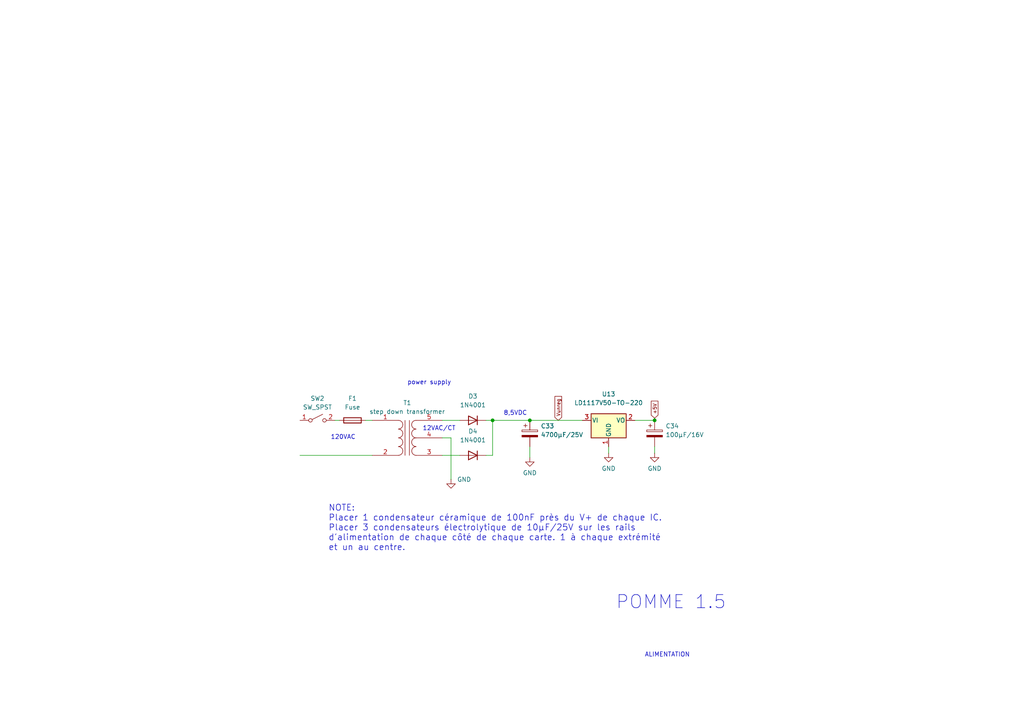
<source format=kicad_sch>
(kicad_sch (version 20231120) (generator "eeschema") (generator_version "8.0")
  (paper "A4")
  (lib_symbols
    (symbol "Device:C_Polarized" (pin_numbers hide) (pin_names (offset 0.254))
      (property "Reference" "C" (at 0.635 2.54 0))
      (property "Value" "C_Polarized" (at 0.635 -2.54 0))
      (symbol "C_Polarized_0_1"
        (rectangle (start -2.286 0.508) (end 2.286 1.016))
        (polyline (pts (xy -1.778 2.286) (xy -0.762 2.286)))
        (polyline (pts (xy -1.27 2.794) (xy -1.27 1.778)))
        (rectangle (start 2.286 -0.508) (end -2.286 -1.016) (fill (type outline)))
      )
      (symbol "C_Polarized_1_1"
        (pin passive line (at 0 3.81 270) (length 2.794) (name "~") (number "1"))
        (pin passive line (at 0 -3.81 90) (length 2.794) (name "~") (number "2"))
      )
    )
    (symbol "Device:Fuse" (pin_numbers hide) (pin_names (offset 0))
      (property "Reference" "F" (at 2.032 0 90))
      (property "Value" "Fuse" (at -1.905 0 90))
      (symbol "Fuse_0_1"
        (rectangle (start -0.762 -2.54) (end 0.762 2.54) (stroke (width 0.254)))
        (polyline (pts (xy 0 2.54) (xy 0 -2.54)))
      )
      (symbol "Fuse_1_1"
        (pin passive line (at 0 3.81 270) (length 1.27) (name "~") (number "1"))
        (pin passive line (at 0 -3.81 90) (length 1.27) (name "~") (number "2"))
      )
    )
    (symbol "Device:Transformer_1P_SS" (pin_names (offset 1.016) hide)
      (property "Reference" "T" (at 0 6.35 0))
      (property "Value" "Transformer_1P_SS" (at 0 -7.62 0))
      (symbol "Transformer_1P_SS_0_1"
        (arc (start -2.54 -5.0546) (mid -1.6599 -4.6901) (end -1.27 -3.81))
        (arc (start -2.54 -2.5146) (mid -1.6599 -2.1501) (end -1.27 -1.27))
        (arc (start -2.54 0.0254) (mid -1.6599 0.3899) (end -1.27 1.27))
        (arc (start -2.54 2.5654) (mid -1.6599 2.9299) (end -1.27 3.81))
        (arc (start -1.27 -3.81) (mid -1.642 -2.912) (end -2.54 -2.54))
        (arc (start -1.27 -1.27) (mid -1.642 -0.372) (end -2.54 0))
        (arc (start -1.27 1.27) (mid -1.642 2.168) (end -2.54 2.54))
        (arc (start -1.27 3.81) (mid -1.642 4.708) (end -2.54 5.08))
        (polyline (pts (xy -0.635 5.08) (xy -0.635 -5.08)))
        (polyline (pts (xy 0.635 -5.08) (xy 0.635 5.08)))
        (arc (start 1.2954 -1.27) (mid 1.6599 -2.1501) (end 2.54 -2.5146))
        (arc (start 1.2954 1.27) (mid 1.6599 0.3899) (end 2.54 0.0254))
        (arc (start 1.2954 3.81) (mid 1.6599 2.9299) (end 2.54 2.5654))
        (arc (start 1.3208 -3.81) (mid 1.6853 -4.6901) (end 2.5654 -5.0546))
        (arc (start 2.54 0) (mid 1.642 -0.372) (end 1.2954 -1.27))
        (arc (start 2.54 2.54) (mid 1.642 2.168) (end 1.2954 1.27))
        (arc (start 2.54 5.08) (mid 1.642 4.708) (end 1.2954 3.81))
        (arc (start 2.5654 -2.54) (mid 1.6674 -2.912) (end 1.3208 -3.81))
      )
      (symbol "Transformer_1P_SS_1_1"
        (pin passive line (at -10.16 5.08 0) (length 7.62) (name "AA") (number "1"))
        (pin passive line (at -10.16 -5.08 0) (length 7.62) (name "AB") (number "2"))
        (pin passive line (at 10.16 -5.08 180) (length 7.62) (name "SA") (number "3"))
        (pin passive line (at 10.16 0 180) (length 7.62) (name "SC") (number "4"))
        (pin passive line (at 10.16 5.08 180) (length 7.62) (name "SB") (number "5"))
      )
    )
    (symbol "Diode:1N4004" (pin_numbers hide) (pin_names (offset 1.016) hide)
      (property "Reference" "D" (at 0 2.54 0))
      (property "Value" "1N4004" (at 0 -2.54 0))
      (symbol "1N4004_0_1"
        (polyline (pts (xy -1.27 1.27) (xy -1.27 -1.27)) (stroke (width 0.254)))
        (polyline (pts (xy 1.27 0) (xy -1.27 0)))
        (polyline (pts (xy 1.27 1.27) (xy 1.27 -1.27) (xy -1.27 0) (xy 1.27 1.27)) (stroke (width 0.254)))
      )
      (symbol "1N4004_1_1"
        (pin passive line (at -3.81 0 0) (length 2.54) (name "K") (number "1"))
        (pin passive line (at 3.81 0 180) (length 2.54) (name "A") (number "2"))
      )
    )
    (symbol "Regulator_Linear:LD1117S12TR_SOT223" (pin_names (offset 0.254))
      (property "Reference" "U" (at -3.81 3.175 0))
      (property "Value" "LD1117S12TR_SOT223" (at 0 3.175 0))
      (symbol "LD1117S12TR_SOT223_0_1"
        (rectangle (start -5.08 -5.08) (end 5.08 1.905) (stroke (width 0.254)) (fill (type background)))
      )
      (symbol "LD1117S12TR_SOT223_1_1"
        (pin power_in line (at 0 -7.62 90) (length 2.54) (name "GND") (number "1"))
        (pin power_out line (at 7.62 0 180) (length 2.54) (name "VO") (number "2"))
        (pin power_in line (at -7.62 0 0) (length 2.54) (name "VI") (number "3"))
      )
    )
    (symbol "Switch:SW_SPST" (pin_names (offset 0) hide)
      (property "Reference" "SW" (at 0 3.175 0))
      (property "Value" "SW_SPST" (at 0 -2.54 0))
      (symbol "SW_SPST_0_0"
        (circle (center -2.032 0) (radius 0.508))
        (polyline (pts (xy -1.524 0.254) (xy 1.524 1.778)))
        (circle (center 2.032 0) (radius 0.508))
      )
      (symbol "SW_SPST_1_1"
        (pin passive line (at -5.08 0 0) (length 2.54) (name "A") (number "1"))
        (pin passive line (at 5.08 0 180) (length 2.54) (name "B") (number "2"))
      )
    )
    (symbol "power:GND" (power) (pin_numbers hide) (pin_names (offset 0) hide)
      (property "Value" "GND" (at 0 -3.81 0))
      (symbol "GND_0_1"
        (polyline (pts (xy 0 0) (xy 0 -1.27) (xy 1.27 -1.27) (xy 0 -2.54) (xy -1.27 -1.27) (xy 0 -1.27)))
      )
      (symbol "GND_1_1"
        (pin power_in line (at 0 0 270) (length 0) (name "~") (number "1"))
      )
    )
  )
  (junction (at 142.875 121.92))
  (junction (at 189.865 121.92))
  (junction (at 153.67 121.92))
  (wire (pts (xy 153.67 129.54) (xy 153.67 132.715)))
  (wire (pts (xy 140.97 132.08) (xy 142.875 132.08)))
  (wire (pts (xy 189.865 129.54) (xy 189.865 131.445)))
  (wire (pts (xy 128.27 127) (xy 130.81 127)))
  (wire (pts (xy 86.995 132.08) (xy 107.95 132.08)))
  (wire (pts (xy 130.81 139.065) (xy 130.81 127)))
  (wire (pts (xy 142.875 132.08) (xy 142.875 121.92)))
  (wire (pts (xy 128.27 132.08) (xy 133.35 132.08)))
  (wire (pts (xy 184.15 121.92) (xy 189.865 121.92)))
  (wire (pts (xy 106.045 121.92) (xy 107.95 121.92)))
  (wire (pts (xy 189.865 121.285) (xy 189.865 121.92)))
  (wire (pts (xy 97.155 121.92) (xy 98.425 121.92)))
  (wire (pts (xy 176.53 129.54) (xy 176.53 131.445)))
  (wire (pts (xy 142.875 121.92) (xy 153.67 121.92)))
  (wire (pts (xy 128.27 121.92) (xy 133.35 121.92)))
  (wire (pts (xy 140.97 121.92) (xy 142.875 121.92)))
  (wire (pts (xy 153.67 121.92) (xy 168.91 121.92)))
  (text "120VAC" (at 95.885 127.635 0) (effects (font (size 1.27 1.27)) (justify left bottom)))
  (text "NOTE:\nPlacer 1 condensateur céramique de 100nF près du V+ de chaque IC.\nPlacer 3 condensateurs électrolytique de 10µF/25V sur les rails \nd'alimentation de chaque côté de chaque carte. 1 à chaque extrémité\net un au centre.\n" (at 95.25 153.162 0) (effects (font (size 1.778 1.778)) (justify left)))
  (text "POMME 1.5\n" (at 178.562 174.752 0) (effects (font (size 3.81 3.81)) (justify left)))
  (text "power supply" (at 118.11 111.76 0) (effects (font (size 1.27 1.27)) (justify left bottom)))
  (text "12VAC/CT" (at 122.555 125.095 0) (effects (font (size 1.27 1.27)) (justify left bottom)))
  (text "8,5VDC" (at 146.05 120.65 0) (effects (font (size 1.27 1.27)) (justify left bottom)))
  (text "ALIMENTATION" (at 193.548 189.992 0) (effects (font (size 1.27 1.27))))
  (global_label "Vunreg" (shape input) (at 161.925 121.92 90) (effects (font (size 1 1))) (property "Intersheetrefs" "${INTERSHEET_REFS}" (effects (hide yes))) (property "Références Inter-Feuilles" "${INTERSHEET_REFS}" (effects (hide yes))))
  (global_label "+5V" (shape input) (at 189.865 121.285 90) (effects (font (size 1 1))) (property "Intersheetrefs" "${INTERSHEET_REFS}" (effects (hide yes))) (property "Références Inter-Feuilles" "${INTERSHEET_REFS}" (effects (hide yes))))
  (symbol (lib_id "Device:Fuse") (at 102.235 121.92 90) (unit 1)
    (property "Reference" "F1" (at 102.235 115.57 90))
    (property "Value" "Fuse" (at 102.235 118.11 90))
  )
  (symbol (lib_id "Diode:1N4004") (at 137.16 121.92 180) (unit 1)
    (property "Reference" "D3" (at 137.16 114.935 0))
    (property "Value" "1N4001" (at 137.16 117.475 0))
    (property "Footprint" "Diode_THT:D_DO-41_SOD81_P10.16mm_Horizontal" (effects (hide yes)))
    (property "Datasheet" "http://www.vishay.com/docs/88503/1n4001.pdf" (effects (hide yes)))
  )
  (symbol (lib_id "Switch:SW_SPST") (at 92.075 121.92 0) (unit 1)
    (property "Reference" "SW2" (at 92.075 115.57 0))
    (property "Value" "SW_SPST" (at 92.075 118.11 0))
  )
  (symbol (lib_id "Device:Transformer_1P_SS") (at 118.11 127 0) (unit 1)
    (property "Reference" "T1" (at 118.1227 116.84 0))
    (property "Value" "step down transformer" (at 118.1227 119.38 0))
  )
  (symbol (lib_id "Regulator_Linear:LD1117S12TR_SOT223") (at 176.53 121.92 0) (unit 1)
    (property "Reference" "U13" (at 176.53 114.3 0))
    (property "Value" "LD1117V50-TO-220" (at 176.53 116.84 0))
    (property "Footprint" "Package_TO_SOT_SMD:SOT-223-3_TabPin2" (effects (hide yes)))
    (property "Datasheet" "http://www.st.com/st-web-ui/static/active/en/resource/technical/document/datasheet/CD00000544.pdf" (effects (hide yes)))
  )
  (symbol (lib_id "power:GND") (at 189.865 131.445 0) (unit 1)
    (property "Reference" "#PWR027" (effects (hide yes)))
    (property "Value" "GND" (at 189.865 135.89 0))
  )
  (symbol (lib_id "Device:C_Polarized") (at 189.865 125.73 0) (unit 1)
    (property "Reference" "C34" (at 193.04 123.5709 0) (effects (justify left)))
    (property "Value" "100µF/16V" (at 193.04 126.1109 0) (effects (justify left)))
  )
  (symbol (lib_id "power:GND") (at 176.53 131.445 0) (unit 1)
    (property "Reference" "#PWR026" (effects (hide yes)))
    (property "Value" "GND" (at 176.53 135.89 0))
  )
  (symbol (lib_id "Device:C_Polarized") (at 153.67 125.73 0) (unit 1)
    (property "Reference" "C33" (at 156.845 123.5709 0) (effects (justify left)))
    (property "Value" "4700µF/25V" (at 156.845 126.1109 0) (effects (justify left)))
  )
  (symbol (lib_id "power:GND") (at 153.67 132.715 0) (unit 1)
    (property "Reference" "#PWR025" (effects (hide yes)))
    (property "Value" "GND" (at 153.67 137.16 0))
  )
  (symbol (lib_id "power:GND") (at 130.81 139.065 0) (unit 1)
    (property "Reference" "#PWR024" (effects (hide yes)))
    (property "Value" "GND" (at 134.62 139.065 0))
  )
  (symbol (lib_id "Diode:1N4004") (at 137.16 132.08 180) (unit 1)
    (property "Reference" "D4" (at 137.16 125.095 0))
    (property "Value" "1N4001" (at 137.16 127.635 0))
    (property "Footprint" "Diode_THT:D_DO-41_SOD81_P10.16mm_Horizontal" (effects (hide yes)))
    (property "Datasheet" "http://www.vishay.com/docs/88503/1n4001.pdf" (effects (hide yes)))
  )
)
</source>
